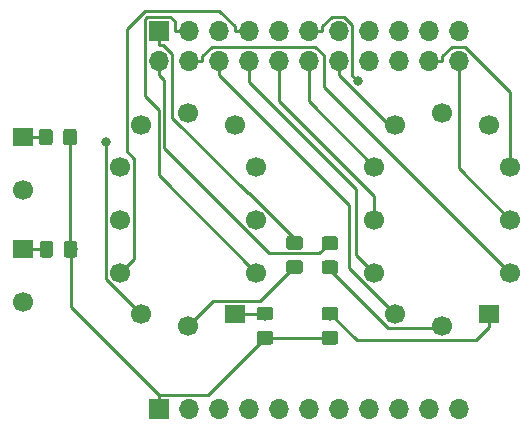
<source format=gbl>
G04 #@! TF.GenerationSoftware,KiCad,Pcbnew,5.1.2*
G04 #@! TF.CreationDate,2019-05-05T16:50:57+02:00*
G04 #@! TF.ProjectId,nixieboard,6e697869-6562-46f6-9172-642e6b696361,rev?*
G04 #@! TF.SameCoordinates,Original*
G04 #@! TF.FileFunction,Copper,L2,Bot*
G04 #@! TF.FilePolarity,Positive*
%FSLAX46Y46*%
G04 Gerber Fmt 4.6, Leading zero omitted, Abs format (unit mm)*
G04 Created by KiCad (PCBNEW 5.1.2) date 2019-05-05 16:50:57*
%MOMM*%
%LPD*%
G04 APERTURE LIST*
%ADD10O,1.700000X1.700000*%
%ADD11R,1.700000X1.700000*%
%ADD12C,0.100000*%
%ADD13C,1.150000*%
%ADD14C,1.700000*%
%ADD15R,1.700000X1.524000*%
%ADD16C,0.800000*%
%ADD17C,0.250000*%
G04 APERTURE END LIST*
D10*
X153400000Y-102000000D03*
X150860000Y-102000000D03*
X148320000Y-102000000D03*
X145780000Y-102000000D03*
X143240000Y-102000000D03*
X140700000Y-102000000D03*
X138160000Y-102000000D03*
X135620000Y-102000000D03*
X133080000Y-102000000D03*
X130540000Y-102000000D03*
D11*
X128000000Y-102000000D03*
D12*
G36*
X142974505Y-89451204D02*
G01*
X142998773Y-89454804D01*
X143022572Y-89460765D01*
X143045671Y-89469030D01*
X143067850Y-89479520D01*
X143088893Y-89492132D01*
X143108599Y-89506747D01*
X143126777Y-89523223D01*
X143143253Y-89541401D01*
X143157868Y-89561107D01*
X143170480Y-89582150D01*
X143180970Y-89604329D01*
X143189235Y-89627428D01*
X143195196Y-89651227D01*
X143198796Y-89675495D01*
X143200000Y-89699999D01*
X143200000Y-90350001D01*
X143198796Y-90374505D01*
X143195196Y-90398773D01*
X143189235Y-90422572D01*
X143180970Y-90445671D01*
X143170480Y-90467850D01*
X143157868Y-90488893D01*
X143143253Y-90508599D01*
X143126777Y-90526777D01*
X143108599Y-90543253D01*
X143088893Y-90557868D01*
X143067850Y-90570480D01*
X143045671Y-90580970D01*
X143022572Y-90589235D01*
X142998773Y-90595196D01*
X142974505Y-90598796D01*
X142950001Y-90600000D01*
X142049999Y-90600000D01*
X142025495Y-90598796D01*
X142001227Y-90595196D01*
X141977428Y-90589235D01*
X141954329Y-90580970D01*
X141932150Y-90570480D01*
X141911107Y-90557868D01*
X141891401Y-90543253D01*
X141873223Y-90526777D01*
X141856747Y-90508599D01*
X141842132Y-90488893D01*
X141829520Y-90467850D01*
X141819030Y-90445671D01*
X141810765Y-90422572D01*
X141804804Y-90398773D01*
X141801204Y-90374505D01*
X141800000Y-90350001D01*
X141800000Y-89699999D01*
X141801204Y-89675495D01*
X141804804Y-89651227D01*
X141810765Y-89627428D01*
X141819030Y-89604329D01*
X141829520Y-89582150D01*
X141842132Y-89561107D01*
X141856747Y-89541401D01*
X141873223Y-89523223D01*
X141891401Y-89506747D01*
X141911107Y-89492132D01*
X141932150Y-89479520D01*
X141954329Y-89469030D01*
X141977428Y-89460765D01*
X142001227Y-89454804D01*
X142025495Y-89451204D01*
X142049999Y-89450000D01*
X142950001Y-89450000D01*
X142974505Y-89451204D01*
X142974505Y-89451204D01*
G37*
D13*
X142500000Y-90025000D03*
D12*
G36*
X142974505Y-87401204D02*
G01*
X142998773Y-87404804D01*
X143022572Y-87410765D01*
X143045671Y-87419030D01*
X143067850Y-87429520D01*
X143088893Y-87442132D01*
X143108599Y-87456747D01*
X143126777Y-87473223D01*
X143143253Y-87491401D01*
X143157868Y-87511107D01*
X143170480Y-87532150D01*
X143180970Y-87554329D01*
X143189235Y-87577428D01*
X143195196Y-87601227D01*
X143198796Y-87625495D01*
X143200000Y-87649999D01*
X143200000Y-88300001D01*
X143198796Y-88324505D01*
X143195196Y-88348773D01*
X143189235Y-88372572D01*
X143180970Y-88395671D01*
X143170480Y-88417850D01*
X143157868Y-88438893D01*
X143143253Y-88458599D01*
X143126777Y-88476777D01*
X143108599Y-88493253D01*
X143088893Y-88507868D01*
X143067850Y-88520480D01*
X143045671Y-88530970D01*
X143022572Y-88539235D01*
X142998773Y-88545196D01*
X142974505Y-88548796D01*
X142950001Y-88550000D01*
X142049999Y-88550000D01*
X142025495Y-88548796D01*
X142001227Y-88545196D01*
X141977428Y-88539235D01*
X141954329Y-88530970D01*
X141932150Y-88520480D01*
X141911107Y-88507868D01*
X141891401Y-88493253D01*
X141873223Y-88476777D01*
X141856747Y-88458599D01*
X141842132Y-88438893D01*
X141829520Y-88417850D01*
X141819030Y-88395671D01*
X141810765Y-88372572D01*
X141804804Y-88348773D01*
X141801204Y-88324505D01*
X141800000Y-88300001D01*
X141800000Y-87649999D01*
X141801204Y-87625495D01*
X141804804Y-87601227D01*
X141810765Y-87577428D01*
X141819030Y-87554329D01*
X141829520Y-87532150D01*
X141842132Y-87511107D01*
X141856747Y-87491401D01*
X141873223Y-87473223D01*
X141891401Y-87456747D01*
X141911107Y-87442132D01*
X141932150Y-87429520D01*
X141954329Y-87419030D01*
X141977428Y-87410765D01*
X142001227Y-87404804D01*
X142025495Y-87401204D01*
X142049999Y-87400000D01*
X142950001Y-87400000D01*
X142974505Y-87401204D01*
X142974505Y-87401204D01*
G37*
D13*
X142500000Y-87975000D03*
D12*
G36*
X120849505Y-78301204D02*
G01*
X120873773Y-78304804D01*
X120897572Y-78310765D01*
X120920671Y-78319030D01*
X120942850Y-78329520D01*
X120963893Y-78342132D01*
X120983599Y-78356747D01*
X121001777Y-78373223D01*
X121018253Y-78391401D01*
X121032868Y-78411107D01*
X121045480Y-78432150D01*
X121055970Y-78454329D01*
X121064235Y-78477428D01*
X121070196Y-78501227D01*
X121073796Y-78525495D01*
X121075000Y-78549999D01*
X121075000Y-79450001D01*
X121073796Y-79474505D01*
X121070196Y-79498773D01*
X121064235Y-79522572D01*
X121055970Y-79545671D01*
X121045480Y-79567850D01*
X121032868Y-79588893D01*
X121018253Y-79608599D01*
X121001777Y-79626777D01*
X120983599Y-79643253D01*
X120963893Y-79657868D01*
X120942850Y-79670480D01*
X120920671Y-79680970D01*
X120897572Y-79689235D01*
X120873773Y-79695196D01*
X120849505Y-79698796D01*
X120825001Y-79700000D01*
X120174999Y-79700000D01*
X120150495Y-79698796D01*
X120126227Y-79695196D01*
X120102428Y-79689235D01*
X120079329Y-79680970D01*
X120057150Y-79670480D01*
X120036107Y-79657868D01*
X120016401Y-79643253D01*
X119998223Y-79626777D01*
X119981747Y-79608599D01*
X119967132Y-79588893D01*
X119954520Y-79567850D01*
X119944030Y-79545671D01*
X119935765Y-79522572D01*
X119929804Y-79498773D01*
X119926204Y-79474505D01*
X119925000Y-79450001D01*
X119925000Y-78549999D01*
X119926204Y-78525495D01*
X119929804Y-78501227D01*
X119935765Y-78477428D01*
X119944030Y-78454329D01*
X119954520Y-78432150D01*
X119967132Y-78411107D01*
X119981747Y-78391401D01*
X119998223Y-78373223D01*
X120016401Y-78356747D01*
X120036107Y-78342132D01*
X120057150Y-78329520D01*
X120079329Y-78319030D01*
X120102428Y-78310765D01*
X120126227Y-78304804D01*
X120150495Y-78301204D01*
X120174999Y-78300000D01*
X120825001Y-78300000D01*
X120849505Y-78301204D01*
X120849505Y-78301204D01*
G37*
D13*
X120500000Y-79000000D03*
D12*
G36*
X118799505Y-78301204D02*
G01*
X118823773Y-78304804D01*
X118847572Y-78310765D01*
X118870671Y-78319030D01*
X118892850Y-78329520D01*
X118913893Y-78342132D01*
X118933599Y-78356747D01*
X118951777Y-78373223D01*
X118968253Y-78391401D01*
X118982868Y-78411107D01*
X118995480Y-78432150D01*
X119005970Y-78454329D01*
X119014235Y-78477428D01*
X119020196Y-78501227D01*
X119023796Y-78525495D01*
X119025000Y-78549999D01*
X119025000Y-79450001D01*
X119023796Y-79474505D01*
X119020196Y-79498773D01*
X119014235Y-79522572D01*
X119005970Y-79545671D01*
X118995480Y-79567850D01*
X118982868Y-79588893D01*
X118968253Y-79608599D01*
X118951777Y-79626777D01*
X118933599Y-79643253D01*
X118913893Y-79657868D01*
X118892850Y-79670480D01*
X118870671Y-79680970D01*
X118847572Y-79689235D01*
X118823773Y-79695196D01*
X118799505Y-79698796D01*
X118775001Y-79700000D01*
X118124999Y-79700000D01*
X118100495Y-79698796D01*
X118076227Y-79695196D01*
X118052428Y-79689235D01*
X118029329Y-79680970D01*
X118007150Y-79670480D01*
X117986107Y-79657868D01*
X117966401Y-79643253D01*
X117948223Y-79626777D01*
X117931747Y-79608599D01*
X117917132Y-79588893D01*
X117904520Y-79567850D01*
X117894030Y-79545671D01*
X117885765Y-79522572D01*
X117879804Y-79498773D01*
X117876204Y-79474505D01*
X117875000Y-79450001D01*
X117875000Y-78549999D01*
X117876204Y-78525495D01*
X117879804Y-78501227D01*
X117885765Y-78477428D01*
X117894030Y-78454329D01*
X117904520Y-78432150D01*
X117917132Y-78411107D01*
X117931747Y-78391401D01*
X117948223Y-78373223D01*
X117966401Y-78356747D01*
X117986107Y-78342132D01*
X118007150Y-78329520D01*
X118029329Y-78319030D01*
X118052428Y-78310765D01*
X118076227Y-78304804D01*
X118100495Y-78301204D01*
X118124999Y-78300000D01*
X118775001Y-78300000D01*
X118799505Y-78301204D01*
X118799505Y-78301204D01*
G37*
D13*
X118450000Y-79000000D03*
D14*
X152000000Y-95000000D03*
X148000000Y-94000000D03*
X146250000Y-90500000D03*
X146250000Y-86000000D03*
X146250000Y-81500000D03*
X148000000Y-78000000D03*
X152000000Y-77000000D03*
X156000000Y-78000000D03*
X157750000Y-81500000D03*
X157750000Y-86000000D03*
X157750000Y-90500000D03*
D15*
X156000000Y-94000000D03*
D14*
X130500000Y-95000000D03*
X126500000Y-94000000D03*
X124750000Y-90500000D03*
X124750000Y-86000000D03*
X124750000Y-81500000D03*
X126500000Y-78000000D03*
X130500000Y-77000000D03*
X134500000Y-78000000D03*
X136250000Y-81500000D03*
X136250000Y-86000000D03*
X136250000Y-90500000D03*
D15*
X134500000Y-94000000D03*
D14*
X116500000Y-93000000D03*
D15*
X116500000Y-88500000D03*
D12*
G36*
X137474505Y-93376204D02*
G01*
X137498773Y-93379804D01*
X137522572Y-93385765D01*
X137545671Y-93394030D01*
X137567850Y-93404520D01*
X137588893Y-93417132D01*
X137608599Y-93431747D01*
X137626777Y-93448223D01*
X137643253Y-93466401D01*
X137657868Y-93486107D01*
X137670480Y-93507150D01*
X137680970Y-93529329D01*
X137689235Y-93552428D01*
X137695196Y-93576227D01*
X137698796Y-93600495D01*
X137700000Y-93624999D01*
X137700000Y-94275001D01*
X137698796Y-94299505D01*
X137695196Y-94323773D01*
X137689235Y-94347572D01*
X137680970Y-94370671D01*
X137670480Y-94392850D01*
X137657868Y-94413893D01*
X137643253Y-94433599D01*
X137626777Y-94451777D01*
X137608599Y-94468253D01*
X137588893Y-94482868D01*
X137567850Y-94495480D01*
X137545671Y-94505970D01*
X137522572Y-94514235D01*
X137498773Y-94520196D01*
X137474505Y-94523796D01*
X137450001Y-94525000D01*
X136549999Y-94525000D01*
X136525495Y-94523796D01*
X136501227Y-94520196D01*
X136477428Y-94514235D01*
X136454329Y-94505970D01*
X136432150Y-94495480D01*
X136411107Y-94482868D01*
X136391401Y-94468253D01*
X136373223Y-94451777D01*
X136356747Y-94433599D01*
X136342132Y-94413893D01*
X136329520Y-94392850D01*
X136319030Y-94370671D01*
X136310765Y-94347572D01*
X136304804Y-94323773D01*
X136301204Y-94299505D01*
X136300000Y-94275001D01*
X136300000Y-93624999D01*
X136301204Y-93600495D01*
X136304804Y-93576227D01*
X136310765Y-93552428D01*
X136319030Y-93529329D01*
X136329520Y-93507150D01*
X136342132Y-93486107D01*
X136356747Y-93466401D01*
X136373223Y-93448223D01*
X136391401Y-93431747D01*
X136411107Y-93417132D01*
X136432150Y-93404520D01*
X136454329Y-93394030D01*
X136477428Y-93385765D01*
X136501227Y-93379804D01*
X136525495Y-93376204D01*
X136549999Y-93375000D01*
X137450001Y-93375000D01*
X137474505Y-93376204D01*
X137474505Y-93376204D01*
G37*
D13*
X137000000Y-93950000D03*
D12*
G36*
X137474505Y-95426204D02*
G01*
X137498773Y-95429804D01*
X137522572Y-95435765D01*
X137545671Y-95444030D01*
X137567850Y-95454520D01*
X137588893Y-95467132D01*
X137608599Y-95481747D01*
X137626777Y-95498223D01*
X137643253Y-95516401D01*
X137657868Y-95536107D01*
X137670480Y-95557150D01*
X137680970Y-95579329D01*
X137689235Y-95602428D01*
X137695196Y-95626227D01*
X137698796Y-95650495D01*
X137700000Y-95674999D01*
X137700000Y-96325001D01*
X137698796Y-96349505D01*
X137695196Y-96373773D01*
X137689235Y-96397572D01*
X137680970Y-96420671D01*
X137670480Y-96442850D01*
X137657868Y-96463893D01*
X137643253Y-96483599D01*
X137626777Y-96501777D01*
X137608599Y-96518253D01*
X137588893Y-96532868D01*
X137567850Y-96545480D01*
X137545671Y-96555970D01*
X137522572Y-96564235D01*
X137498773Y-96570196D01*
X137474505Y-96573796D01*
X137450001Y-96575000D01*
X136549999Y-96575000D01*
X136525495Y-96573796D01*
X136501227Y-96570196D01*
X136477428Y-96564235D01*
X136454329Y-96555970D01*
X136432150Y-96545480D01*
X136411107Y-96532868D01*
X136391401Y-96518253D01*
X136373223Y-96501777D01*
X136356747Y-96483599D01*
X136342132Y-96463893D01*
X136329520Y-96442850D01*
X136319030Y-96420671D01*
X136310765Y-96397572D01*
X136304804Y-96373773D01*
X136301204Y-96349505D01*
X136300000Y-96325001D01*
X136300000Y-95674999D01*
X136301204Y-95650495D01*
X136304804Y-95626227D01*
X136310765Y-95602428D01*
X136319030Y-95579329D01*
X136329520Y-95557150D01*
X136342132Y-95536107D01*
X136356747Y-95516401D01*
X136373223Y-95498223D01*
X136391401Y-95481747D01*
X136411107Y-95467132D01*
X136432150Y-95454520D01*
X136454329Y-95444030D01*
X136477428Y-95435765D01*
X136501227Y-95429804D01*
X136525495Y-95426204D01*
X136549999Y-95425000D01*
X137450001Y-95425000D01*
X137474505Y-95426204D01*
X137474505Y-95426204D01*
G37*
D13*
X137000000Y-96000000D03*
D12*
G36*
X139974505Y-87376204D02*
G01*
X139998773Y-87379804D01*
X140022572Y-87385765D01*
X140045671Y-87394030D01*
X140067850Y-87404520D01*
X140088893Y-87417132D01*
X140108599Y-87431747D01*
X140126777Y-87448223D01*
X140143253Y-87466401D01*
X140157868Y-87486107D01*
X140170480Y-87507150D01*
X140180970Y-87529329D01*
X140189235Y-87552428D01*
X140195196Y-87576227D01*
X140198796Y-87600495D01*
X140200000Y-87624999D01*
X140200000Y-88275001D01*
X140198796Y-88299505D01*
X140195196Y-88323773D01*
X140189235Y-88347572D01*
X140180970Y-88370671D01*
X140170480Y-88392850D01*
X140157868Y-88413893D01*
X140143253Y-88433599D01*
X140126777Y-88451777D01*
X140108599Y-88468253D01*
X140088893Y-88482868D01*
X140067850Y-88495480D01*
X140045671Y-88505970D01*
X140022572Y-88514235D01*
X139998773Y-88520196D01*
X139974505Y-88523796D01*
X139950001Y-88525000D01*
X139049999Y-88525000D01*
X139025495Y-88523796D01*
X139001227Y-88520196D01*
X138977428Y-88514235D01*
X138954329Y-88505970D01*
X138932150Y-88495480D01*
X138911107Y-88482868D01*
X138891401Y-88468253D01*
X138873223Y-88451777D01*
X138856747Y-88433599D01*
X138842132Y-88413893D01*
X138829520Y-88392850D01*
X138819030Y-88370671D01*
X138810765Y-88347572D01*
X138804804Y-88323773D01*
X138801204Y-88299505D01*
X138800000Y-88275001D01*
X138800000Y-87624999D01*
X138801204Y-87600495D01*
X138804804Y-87576227D01*
X138810765Y-87552428D01*
X138819030Y-87529329D01*
X138829520Y-87507150D01*
X138842132Y-87486107D01*
X138856747Y-87466401D01*
X138873223Y-87448223D01*
X138891401Y-87431747D01*
X138911107Y-87417132D01*
X138932150Y-87404520D01*
X138954329Y-87394030D01*
X138977428Y-87385765D01*
X139001227Y-87379804D01*
X139025495Y-87376204D01*
X139049999Y-87375000D01*
X139950001Y-87375000D01*
X139974505Y-87376204D01*
X139974505Y-87376204D01*
G37*
D13*
X139500000Y-87950000D03*
D12*
G36*
X139974505Y-89426204D02*
G01*
X139998773Y-89429804D01*
X140022572Y-89435765D01*
X140045671Y-89444030D01*
X140067850Y-89454520D01*
X140088893Y-89467132D01*
X140108599Y-89481747D01*
X140126777Y-89498223D01*
X140143253Y-89516401D01*
X140157868Y-89536107D01*
X140170480Y-89557150D01*
X140180970Y-89579329D01*
X140189235Y-89602428D01*
X140195196Y-89626227D01*
X140198796Y-89650495D01*
X140200000Y-89674999D01*
X140200000Y-90325001D01*
X140198796Y-90349505D01*
X140195196Y-90373773D01*
X140189235Y-90397572D01*
X140180970Y-90420671D01*
X140170480Y-90442850D01*
X140157868Y-90463893D01*
X140143253Y-90483599D01*
X140126777Y-90501777D01*
X140108599Y-90518253D01*
X140088893Y-90532868D01*
X140067850Y-90545480D01*
X140045671Y-90555970D01*
X140022572Y-90564235D01*
X139998773Y-90570196D01*
X139974505Y-90573796D01*
X139950001Y-90575000D01*
X139049999Y-90575000D01*
X139025495Y-90573796D01*
X139001227Y-90570196D01*
X138977428Y-90564235D01*
X138954329Y-90555970D01*
X138932150Y-90545480D01*
X138911107Y-90532868D01*
X138891401Y-90518253D01*
X138873223Y-90501777D01*
X138856747Y-90483599D01*
X138842132Y-90463893D01*
X138829520Y-90442850D01*
X138819030Y-90420671D01*
X138810765Y-90397572D01*
X138804804Y-90373773D01*
X138801204Y-90349505D01*
X138800000Y-90325001D01*
X138800000Y-89674999D01*
X138801204Y-89650495D01*
X138804804Y-89626227D01*
X138810765Y-89602428D01*
X138819030Y-89579329D01*
X138829520Y-89557150D01*
X138842132Y-89536107D01*
X138856747Y-89516401D01*
X138873223Y-89498223D01*
X138891401Y-89481747D01*
X138911107Y-89467132D01*
X138932150Y-89454520D01*
X138954329Y-89444030D01*
X138977428Y-89435765D01*
X139001227Y-89429804D01*
X139025495Y-89426204D01*
X139049999Y-89425000D01*
X139950001Y-89425000D01*
X139974505Y-89426204D01*
X139974505Y-89426204D01*
G37*
D13*
X139500000Y-90000000D03*
D10*
X153400000Y-72540000D03*
X153400000Y-70000000D03*
X150860000Y-72540000D03*
X150860000Y-70000000D03*
X148320000Y-72540000D03*
X148320000Y-70000000D03*
X145780000Y-72540000D03*
X145780000Y-70000000D03*
X143240000Y-72540000D03*
X143240000Y-70000000D03*
X140700000Y-72540000D03*
X140700000Y-70000000D03*
X138160000Y-72540000D03*
X138160000Y-70000000D03*
X135620000Y-72540000D03*
X135620000Y-70000000D03*
X133080000Y-72540000D03*
X133080000Y-70000000D03*
X130540000Y-72540000D03*
X130540000Y-70000000D03*
X128000000Y-72540000D03*
D11*
X128000000Y-70000000D03*
D12*
G36*
X118849505Y-87801204D02*
G01*
X118873773Y-87804804D01*
X118897572Y-87810765D01*
X118920671Y-87819030D01*
X118942850Y-87829520D01*
X118963893Y-87842132D01*
X118983599Y-87856747D01*
X119001777Y-87873223D01*
X119018253Y-87891401D01*
X119032868Y-87911107D01*
X119045480Y-87932150D01*
X119055970Y-87954329D01*
X119064235Y-87977428D01*
X119070196Y-88001227D01*
X119073796Y-88025495D01*
X119075000Y-88049999D01*
X119075000Y-88950001D01*
X119073796Y-88974505D01*
X119070196Y-88998773D01*
X119064235Y-89022572D01*
X119055970Y-89045671D01*
X119045480Y-89067850D01*
X119032868Y-89088893D01*
X119018253Y-89108599D01*
X119001777Y-89126777D01*
X118983599Y-89143253D01*
X118963893Y-89157868D01*
X118942850Y-89170480D01*
X118920671Y-89180970D01*
X118897572Y-89189235D01*
X118873773Y-89195196D01*
X118849505Y-89198796D01*
X118825001Y-89200000D01*
X118174999Y-89200000D01*
X118150495Y-89198796D01*
X118126227Y-89195196D01*
X118102428Y-89189235D01*
X118079329Y-89180970D01*
X118057150Y-89170480D01*
X118036107Y-89157868D01*
X118016401Y-89143253D01*
X117998223Y-89126777D01*
X117981747Y-89108599D01*
X117967132Y-89088893D01*
X117954520Y-89067850D01*
X117944030Y-89045671D01*
X117935765Y-89022572D01*
X117929804Y-88998773D01*
X117926204Y-88974505D01*
X117925000Y-88950001D01*
X117925000Y-88049999D01*
X117926204Y-88025495D01*
X117929804Y-88001227D01*
X117935765Y-87977428D01*
X117944030Y-87954329D01*
X117954520Y-87932150D01*
X117967132Y-87911107D01*
X117981747Y-87891401D01*
X117998223Y-87873223D01*
X118016401Y-87856747D01*
X118036107Y-87842132D01*
X118057150Y-87829520D01*
X118079329Y-87819030D01*
X118102428Y-87810765D01*
X118126227Y-87804804D01*
X118150495Y-87801204D01*
X118174999Y-87800000D01*
X118825001Y-87800000D01*
X118849505Y-87801204D01*
X118849505Y-87801204D01*
G37*
D13*
X118500000Y-88500000D03*
D12*
G36*
X120899505Y-87801204D02*
G01*
X120923773Y-87804804D01*
X120947572Y-87810765D01*
X120970671Y-87819030D01*
X120992850Y-87829520D01*
X121013893Y-87842132D01*
X121033599Y-87856747D01*
X121051777Y-87873223D01*
X121068253Y-87891401D01*
X121082868Y-87911107D01*
X121095480Y-87932150D01*
X121105970Y-87954329D01*
X121114235Y-87977428D01*
X121120196Y-88001227D01*
X121123796Y-88025495D01*
X121125000Y-88049999D01*
X121125000Y-88950001D01*
X121123796Y-88974505D01*
X121120196Y-88998773D01*
X121114235Y-89022572D01*
X121105970Y-89045671D01*
X121095480Y-89067850D01*
X121082868Y-89088893D01*
X121068253Y-89108599D01*
X121051777Y-89126777D01*
X121033599Y-89143253D01*
X121013893Y-89157868D01*
X120992850Y-89170480D01*
X120970671Y-89180970D01*
X120947572Y-89189235D01*
X120923773Y-89195196D01*
X120899505Y-89198796D01*
X120875001Y-89200000D01*
X120224999Y-89200000D01*
X120200495Y-89198796D01*
X120176227Y-89195196D01*
X120152428Y-89189235D01*
X120129329Y-89180970D01*
X120107150Y-89170480D01*
X120086107Y-89157868D01*
X120066401Y-89143253D01*
X120048223Y-89126777D01*
X120031747Y-89108599D01*
X120017132Y-89088893D01*
X120004520Y-89067850D01*
X119994030Y-89045671D01*
X119985765Y-89022572D01*
X119979804Y-88998773D01*
X119976204Y-88974505D01*
X119975000Y-88950001D01*
X119975000Y-88049999D01*
X119976204Y-88025495D01*
X119979804Y-88001227D01*
X119985765Y-87977428D01*
X119994030Y-87954329D01*
X120004520Y-87932150D01*
X120017132Y-87911107D01*
X120031747Y-87891401D01*
X120048223Y-87873223D01*
X120066401Y-87856747D01*
X120086107Y-87842132D01*
X120107150Y-87829520D01*
X120129329Y-87819030D01*
X120152428Y-87810765D01*
X120176227Y-87804804D01*
X120200495Y-87801204D01*
X120224999Y-87800000D01*
X120875001Y-87800000D01*
X120899505Y-87801204D01*
X120899505Y-87801204D01*
G37*
D13*
X120550000Y-88500000D03*
D12*
G36*
X142974505Y-93376204D02*
G01*
X142998773Y-93379804D01*
X143022572Y-93385765D01*
X143045671Y-93394030D01*
X143067850Y-93404520D01*
X143088893Y-93417132D01*
X143108599Y-93431747D01*
X143126777Y-93448223D01*
X143143253Y-93466401D01*
X143157868Y-93486107D01*
X143170480Y-93507150D01*
X143180970Y-93529329D01*
X143189235Y-93552428D01*
X143195196Y-93576227D01*
X143198796Y-93600495D01*
X143200000Y-93624999D01*
X143200000Y-94275001D01*
X143198796Y-94299505D01*
X143195196Y-94323773D01*
X143189235Y-94347572D01*
X143180970Y-94370671D01*
X143170480Y-94392850D01*
X143157868Y-94413893D01*
X143143253Y-94433599D01*
X143126777Y-94451777D01*
X143108599Y-94468253D01*
X143088893Y-94482868D01*
X143067850Y-94495480D01*
X143045671Y-94505970D01*
X143022572Y-94514235D01*
X142998773Y-94520196D01*
X142974505Y-94523796D01*
X142950001Y-94525000D01*
X142049999Y-94525000D01*
X142025495Y-94523796D01*
X142001227Y-94520196D01*
X141977428Y-94514235D01*
X141954329Y-94505970D01*
X141932150Y-94495480D01*
X141911107Y-94482868D01*
X141891401Y-94468253D01*
X141873223Y-94451777D01*
X141856747Y-94433599D01*
X141842132Y-94413893D01*
X141829520Y-94392850D01*
X141819030Y-94370671D01*
X141810765Y-94347572D01*
X141804804Y-94323773D01*
X141801204Y-94299505D01*
X141800000Y-94275001D01*
X141800000Y-93624999D01*
X141801204Y-93600495D01*
X141804804Y-93576227D01*
X141810765Y-93552428D01*
X141819030Y-93529329D01*
X141829520Y-93507150D01*
X141842132Y-93486107D01*
X141856747Y-93466401D01*
X141873223Y-93448223D01*
X141891401Y-93431747D01*
X141911107Y-93417132D01*
X141932150Y-93404520D01*
X141954329Y-93394030D01*
X141977428Y-93385765D01*
X142001227Y-93379804D01*
X142025495Y-93376204D01*
X142049999Y-93375000D01*
X142950001Y-93375000D01*
X142974505Y-93376204D01*
X142974505Y-93376204D01*
G37*
D13*
X142500000Y-93950000D03*
D12*
G36*
X142974505Y-95426204D02*
G01*
X142998773Y-95429804D01*
X143022572Y-95435765D01*
X143045671Y-95444030D01*
X143067850Y-95454520D01*
X143088893Y-95467132D01*
X143108599Y-95481747D01*
X143126777Y-95498223D01*
X143143253Y-95516401D01*
X143157868Y-95536107D01*
X143170480Y-95557150D01*
X143180970Y-95579329D01*
X143189235Y-95602428D01*
X143195196Y-95626227D01*
X143198796Y-95650495D01*
X143200000Y-95674999D01*
X143200000Y-96325001D01*
X143198796Y-96349505D01*
X143195196Y-96373773D01*
X143189235Y-96397572D01*
X143180970Y-96420671D01*
X143170480Y-96442850D01*
X143157868Y-96463893D01*
X143143253Y-96483599D01*
X143126777Y-96501777D01*
X143108599Y-96518253D01*
X143088893Y-96532868D01*
X143067850Y-96545480D01*
X143045671Y-96555970D01*
X143022572Y-96564235D01*
X142998773Y-96570196D01*
X142974505Y-96573796D01*
X142950001Y-96575000D01*
X142049999Y-96575000D01*
X142025495Y-96573796D01*
X142001227Y-96570196D01*
X141977428Y-96564235D01*
X141954329Y-96555970D01*
X141932150Y-96545480D01*
X141911107Y-96532868D01*
X141891401Y-96518253D01*
X141873223Y-96501777D01*
X141856747Y-96483599D01*
X141842132Y-96463893D01*
X141829520Y-96442850D01*
X141819030Y-96420671D01*
X141810765Y-96397572D01*
X141804804Y-96373773D01*
X141801204Y-96349505D01*
X141800000Y-96325001D01*
X141800000Y-95674999D01*
X141801204Y-95650495D01*
X141804804Y-95626227D01*
X141810765Y-95602428D01*
X141819030Y-95579329D01*
X141829520Y-95557150D01*
X141842132Y-95536107D01*
X141856747Y-95516401D01*
X141873223Y-95498223D01*
X141891401Y-95481747D01*
X141911107Y-95467132D01*
X141932150Y-95454520D01*
X141954329Y-95444030D01*
X141977428Y-95435765D01*
X142001227Y-95429804D01*
X142025495Y-95426204D01*
X142049999Y-95425000D01*
X142950001Y-95425000D01*
X142974505Y-95426204D01*
X142974505Y-95426204D01*
G37*
D13*
X142500000Y-96000000D03*
D14*
X116500000Y-83500000D03*
D15*
X116500000Y-79000000D03*
D16*
X123541700Y-79443900D03*
X144871400Y-74266600D03*
D17*
X128000000Y-70000000D02*
X128000000Y-71175300D01*
X128000000Y-71175300D02*
X128367400Y-71175300D01*
X128367400Y-71175300D02*
X129175300Y-71983200D01*
X129175300Y-71983200D02*
X129175300Y-77344700D01*
X129175300Y-77344700D02*
X135580600Y-83750000D01*
X135580600Y-83750000D02*
X135695900Y-83750000D01*
X135695900Y-83750000D02*
X139500000Y-87554100D01*
X139500000Y-87554100D02*
X139500000Y-87950000D01*
X128000000Y-72540000D02*
X128000000Y-73715300D01*
X128000000Y-73715300D02*
X128450400Y-74165700D01*
X128450400Y-74165700D02*
X128450400Y-79923600D01*
X128450400Y-79923600D02*
X137380700Y-88853900D01*
X137380700Y-88853900D02*
X141621100Y-88853900D01*
X141621100Y-88853900D02*
X142500000Y-87975000D01*
X130540000Y-70000000D02*
X129364700Y-70000000D01*
X129364700Y-70000000D02*
X129364700Y-69192000D01*
X129364700Y-69192000D02*
X128997300Y-68824600D01*
X128997300Y-68824600D02*
X126995500Y-68824600D01*
X126995500Y-68824600D02*
X126817800Y-69002300D01*
X126817800Y-69002300D02*
X126817800Y-75510300D01*
X126817800Y-75510300D02*
X128000000Y-76692500D01*
X128000000Y-76692500D02*
X128000000Y-82250000D01*
X128000000Y-82250000D02*
X136250000Y-90500000D01*
X130540000Y-72540000D02*
X131715300Y-72540000D01*
X157750000Y-90500000D02*
X141970000Y-74720000D01*
X141970000Y-74720000D02*
X141970000Y-72081800D01*
X141970000Y-72081800D02*
X141252900Y-71364700D01*
X141252900Y-71364700D02*
X132523200Y-71364700D01*
X132523200Y-71364700D02*
X131715300Y-72172600D01*
X131715300Y-72172600D02*
X131715300Y-72540000D01*
X126500000Y-94000000D02*
X123541700Y-91041700D01*
X123541700Y-91041700D02*
X123541700Y-79443900D01*
X133080000Y-72540000D02*
X133080000Y-73715300D01*
X133080000Y-73715300D02*
X144100700Y-84736000D01*
X144100700Y-84736000D02*
X144100700Y-90100700D01*
X144100700Y-90100700D02*
X148000000Y-94000000D01*
X135620000Y-70000000D02*
X134444700Y-70000000D01*
X134444700Y-70000000D02*
X134444700Y-69632700D01*
X134444700Y-69632700D02*
X133147400Y-68335400D01*
X133147400Y-68335400D02*
X126817800Y-68335400D01*
X126817800Y-68335400D02*
X125324600Y-69828600D01*
X125324600Y-69828600D02*
X125324600Y-80211500D01*
X125324600Y-80211500D02*
X125959000Y-80845900D01*
X125959000Y-80845900D02*
X125959000Y-89291000D01*
X125959000Y-89291000D02*
X124750000Y-90500000D01*
X135620000Y-73715300D02*
X135620000Y-74352100D01*
X135620000Y-74352100D02*
X144701700Y-83433800D01*
X144701700Y-83433800D02*
X144701700Y-88951700D01*
X144701700Y-88951700D02*
X146250000Y-90500000D01*
X135620000Y-72540000D02*
X135620000Y-73715300D01*
X138160000Y-72540000D02*
X138160000Y-73715300D01*
X138160000Y-73715300D02*
X138160000Y-75937000D01*
X138160000Y-75937000D02*
X146250000Y-84027000D01*
X146250000Y-84027000D02*
X146250000Y-86000000D01*
X141875300Y-70000000D02*
X141875300Y-69632700D01*
X141875300Y-69632700D02*
X142700800Y-68807200D01*
X142700800Y-68807200D02*
X143712000Y-68807200D01*
X143712000Y-68807200D02*
X144415400Y-69510600D01*
X144415400Y-69510600D02*
X144415400Y-73810600D01*
X144415400Y-73810600D02*
X144871400Y-74266600D01*
X140700000Y-70000000D02*
X141875300Y-70000000D01*
X140700000Y-72540000D02*
X140700000Y-75950000D01*
X140700000Y-75950000D02*
X146250000Y-81500000D01*
X143240000Y-73715300D02*
X147524700Y-78000000D01*
X147524700Y-78000000D02*
X148000000Y-78000000D01*
X143240000Y-72540000D02*
X143240000Y-73715300D01*
X150860000Y-72540000D02*
X152035300Y-72540000D01*
X157750000Y-81500000D02*
X157750000Y-75194300D01*
X157750000Y-75194300D02*
X153920400Y-71364700D01*
X153920400Y-71364700D02*
X152843200Y-71364700D01*
X152843200Y-71364700D02*
X152035300Y-72172600D01*
X152035300Y-72172600D02*
X152035300Y-72540000D01*
X153400000Y-72540000D02*
X153400000Y-81650000D01*
X153400000Y-81650000D02*
X157750000Y-86000000D01*
X137000000Y-96000000D02*
X132175300Y-100824700D01*
X132175300Y-100824700D02*
X128000000Y-100824700D01*
X142500000Y-96000000D02*
X137000000Y-96000000D01*
X120550000Y-88500000D02*
X120550000Y-93374700D01*
X120550000Y-93374700D02*
X128000000Y-100824700D01*
X120500000Y-79000000D02*
X120500000Y-88450000D01*
X120500000Y-88450000D02*
X120550000Y-88500000D01*
X128000000Y-102000000D02*
X128000000Y-100824700D01*
X134500000Y-94000000D02*
X135675300Y-94000000D01*
X137000000Y-93950000D02*
X135725300Y-93950000D01*
X135725300Y-93950000D02*
X135675300Y-94000000D01*
X139500000Y-90000000D02*
X136587400Y-92912600D01*
X136587400Y-92912600D02*
X132587400Y-92912600D01*
X132587400Y-92912600D02*
X130500000Y-95000000D01*
X152000000Y-95000000D02*
X151819000Y-95181000D01*
X151819000Y-95181000D02*
X147427100Y-95181000D01*
X147427100Y-95181000D02*
X142500000Y-90253900D01*
X142500000Y-90253900D02*
X142500000Y-90025000D01*
X156000000Y-94000000D02*
X156000000Y-95087300D01*
X142500000Y-93950000D02*
X144771500Y-96221500D01*
X144771500Y-96221500D02*
X154865800Y-96221500D01*
X154865800Y-96221500D02*
X156000000Y-95087300D01*
X116500000Y-79000000D02*
X118450000Y-79000000D01*
X118500000Y-88500000D02*
X116500000Y-88500000D01*
M02*

</source>
